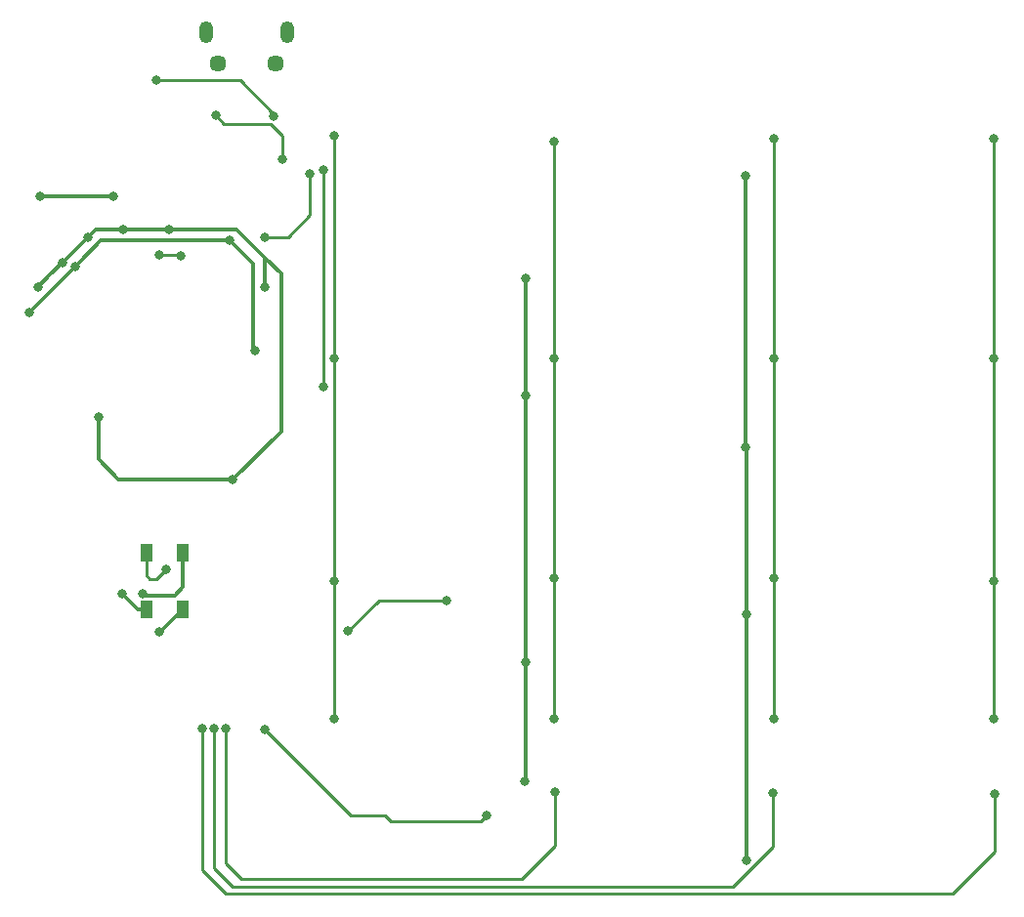
<source format=gbr>
%TF.GenerationSoftware,KiCad,Pcbnew,(5.1.10)-1*%
%TF.CreationDate,2021-09-24T11:07:47+01:00*%
%TF.ProjectId,streamdeck2,73747265-616d-4646-9563-6b322e6b6963,rev?*%
%TF.SameCoordinates,Original*%
%TF.FileFunction,Copper,L1,Top*%
%TF.FilePolarity,Positive*%
%FSLAX46Y46*%
G04 Gerber Fmt 4.6, Leading zero omitted, Abs format (unit mm)*
G04 Created by KiCad (PCBNEW (5.1.10)-1) date 2021-09-24 11:07:47*
%MOMM*%
%LPD*%
G01*
G04 APERTURE LIST*
%TA.AperFunction,ComponentPad*%
%ADD10O,1.200000X1.900000*%
%TD*%
%TA.AperFunction,ComponentPad*%
%ADD11C,1.450000*%
%TD*%
%TA.AperFunction,SMDPad,CuDef*%
%ADD12R,1.000000X1.500000*%
%TD*%
%TA.AperFunction,ViaPad*%
%ADD13C,0.800000*%
%TD*%
%TA.AperFunction,Conductor*%
%ADD14C,0.250000*%
%TD*%
%TA.AperFunction,Conductor*%
%ADD15C,0.350000*%
%TD*%
G04 APERTURE END LIST*
D10*
%TO.P,J1,6*%
%TO.N,GND*%
X108656000Y-46412900D03*
X101656000Y-46412900D03*
D11*
X107656000Y-49112900D03*
X102656000Y-49112900D03*
%TD*%
D12*
%TO.P,D39,1*%
%TO.N,+5V*%
X99644000Y-91530000D03*
%TO.P,D39,2*%
%TO.N,Net-(D17-Pad4)*%
X96444000Y-91530000D03*
%TO.P,D39,4*%
%TO.N,Net-(D38-Pad2)*%
X99644000Y-96430000D03*
%TO.P,D39,3*%
%TO.N,GND*%
X96444000Y-96430000D03*
%TD*%
D13*
%TO.N,ROW0*%
X111848900Y-77177900D03*
X111848900Y-58305700D03*
%TO.N,ROW2*%
X113944400Y-98336100D03*
X122440700Y-95681800D03*
%TO.N,ROW3*%
X125984000Y-114312700D03*
X106703703Y-106834097D03*
%TO.N,COL0*%
X112776000Y-55372000D03*
X112776000Y-74676000D03*
X112776000Y-93980000D03*
X112776000Y-105918000D03*
%TO.N,COL1*%
X131826000Y-55880000D03*
X131826000Y-74676000D03*
X131826000Y-93726000D03*
X131826000Y-105918000D03*
X131851400Y-112280700D03*
X103327200Y-106743500D03*
%TO.N,COL2*%
X150876000Y-55626000D03*
X150876000Y-74676000D03*
X150876000Y-93726000D03*
X150876000Y-105918000D03*
X150787100Y-112382300D03*
X102316116Y-106744617D03*
%TO.N,COL3*%
X169926000Y-55626000D03*
X169926000Y-74676000D03*
X169926000Y-93980000D03*
X169926000Y-105918000D03*
X169989500Y-112471200D03*
X101316158Y-106735242D03*
%TO.N,RGBLED*%
X106756200Y-64198500D03*
X110642400Y-58648600D03*
%TO.N,GND*%
X87249000Y-60604400D03*
X93637100Y-60604400D03*
X94361000Y-95072200D03*
X148491549Y-118217679D03*
X148465380Y-96889315D03*
X148424900Y-82410300D03*
X148424900Y-58826400D03*
X86296500Y-70700900D03*
X103670100Y-64427100D03*
X105867200Y-74015600D03*
X90303350Y-66694050D03*
%TO.N,RST*%
X97345500Y-50596800D03*
X107513709Y-53649205D03*
%TO.N,+5V*%
X87071500Y-68483004D03*
X103974900Y-85178900D03*
X106767158Y-68514758D03*
X96161299Y-95049901D03*
X108242100Y-57442100D03*
X129362200Y-77876400D03*
X129374900Y-101041200D03*
X129374900Y-67716400D03*
X129247900Y-111333352D03*
X102463600Y-53632100D03*
X89188202Y-66366302D03*
X94411800Y-63474600D03*
X98450400Y-63474600D03*
X91391652Y-64162852D03*
X92316300Y-79756000D03*
%TO.N,Net-(D17-Pad4)*%
X98171000Y-92951300D03*
%TO.N,Net-(C7-Pad1)*%
X99441000Y-65760600D03*
X97612200Y-65709800D03*
%TO.N,Net-(D38-Pad2)*%
X97574100Y-98399600D03*
%TD*%
D14*
%TO.N,ROW0*%
X111848900Y-77177900D02*
X111848900Y-58305700D01*
%TO.N,ROW2*%
X116598700Y-95681800D02*
X122440700Y-95681800D01*
X113944400Y-98336100D02*
X116598700Y-95681800D01*
%TO.N,ROW3*%
X114182306Y-114312700D02*
X106703703Y-106834097D01*
X117182900Y-114312700D02*
X117690900Y-114820700D01*
X114182306Y-114312700D02*
X117182900Y-114312700D01*
X125476000Y-114820700D02*
X125984000Y-114312700D01*
X117690900Y-114820700D02*
X125476000Y-114820700D01*
%TO.N,COL0*%
X112776000Y-55372000D02*
X112776000Y-74676000D01*
X112776000Y-74676000D02*
X112776000Y-93980000D01*
X112776000Y-93980000D02*
X112776000Y-105918000D01*
%TO.N,COL1*%
X131826000Y-55880000D02*
X131826000Y-74676000D01*
X131826000Y-74676000D02*
X131826000Y-93726000D01*
X131826000Y-93726000D02*
X131826000Y-105918000D01*
X131851400Y-112280700D02*
X131851400Y-116967000D01*
X103327200Y-118440200D02*
X104711500Y-119824500D01*
X103327200Y-106743500D02*
X103327200Y-118440200D01*
X128993900Y-119824500D02*
X131851400Y-116967000D01*
X104711500Y-119824500D02*
X128993900Y-119824500D01*
%TO.N,COL2*%
X150876000Y-55626000D02*
X150876000Y-74676000D01*
X150876000Y-74676000D02*
X150876000Y-93726000D01*
X150876000Y-93726000D02*
X150876000Y-105918000D01*
X150787100Y-116738400D02*
X150787100Y-112382300D01*
X150787100Y-116995130D02*
X150787100Y-116738400D01*
X147271930Y-120510300D02*
X150787100Y-116995130D01*
X103962200Y-120510300D02*
X147271930Y-120510300D01*
X102316116Y-118864216D02*
X103962200Y-120510300D01*
X102316116Y-106744617D02*
X102316116Y-118864216D01*
%TO.N,COL3*%
X169926000Y-55626000D02*
X169926000Y-74676000D01*
X169926000Y-74676000D02*
X169926000Y-93980000D01*
X169926000Y-93980000D02*
X169926000Y-105918000D01*
X169989500Y-117411500D02*
X169989500Y-112471200D01*
X101316158Y-106735242D02*
X101316158Y-119045358D01*
X101316158Y-119045358D02*
X103365300Y-121094500D01*
X166306500Y-121094500D02*
X169989500Y-117411500D01*
X103365300Y-121094500D02*
X166306500Y-121094500D01*
%TO.N,RGBLED*%
X110642400Y-58648600D02*
X110642400Y-62280800D01*
X108724700Y-64198500D02*
X106756200Y-64198500D01*
X110642400Y-62280800D02*
X108724700Y-64198500D01*
D15*
%TO.N,GND*%
X87249000Y-60604400D02*
X93637100Y-60604400D01*
X95718800Y-96430000D02*
X94361000Y-95072200D01*
X96444000Y-96430000D02*
X95718800Y-96430000D01*
X148491549Y-96915484D02*
X148465380Y-96889315D01*
X148491549Y-118217679D02*
X148491549Y-96915484D01*
X148465380Y-82450780D02*
X148424900Y-82410300D01*
X148465380Y-96889315D02*
X148465380Y-82450780D01*
X148424900Y-82410300D02*
X148424900Y-58826400D01*
X103644700Y-64452500D02*
X103670100Y-64427100D01*
X92544900Y-64452500D02*
X103644700Y-64452500D01*
X90735150Y-66262250D02*
X92544900Y-64452500D01*
X103670100Y-64427100D02*
X105676700Y-66433700D01*
X105676700Y-73825100D02*
X105867200Y-74015600D01*
X105676700Y-66433700D02*
X105676700Y-73825100D01*
X90303350Y-66694050D02*
X90735150Y-66262250D01*
X86296500Y-70700900D02*
X90303350Y-66694050D01*
D14*
%TO.N,RST*%
X97345500Y-50596800D02*
X104597200Y-50596800D01*
X107513709Y-53513309D02*
X107513709Y-53649205D01*
X104597200Y-50596800D02*
X107513709Y-53513309D01*
D15*
%TO.N,+5V*%
X104013000Y-63474600D02*
X104241600Y-63474600D01*
X108127800Y-67360800D02*
X108127800Y-79946500D01*
X108127800Y-81026000D02*
X103974900Y-85178900D01*
X108127800Y-79946500D02*
X108127800Y-81026000D01*
X106767158Y-66079842D02*
X106807000Y-66040000D01*
X106767158Y-68514758D02*
X106767158Y-66079842D01*
X106807000Y-66040000D02*
X108127800Y-67360800D01*
X104241600Y-63474600D02*
X106807000Y-66040000D01*
X87071500Y-68483004D02*
X88045202Y-67509302D01*
X99644000Y-91530000D02*
X99644000Y-94538600D01*
X99644000Y-94538600D02*
X98945300Y-95237300D01*
X96348698Y-95237300D02*
X96161299Y-95049901D01*
X98945300Y-95237300D02*
X96348698Y-95237300D01*
X108211300Y-57442100D02*
X108242100Y-57442100D01*
X129362200Y-101028500D02*
X129374900Y-101041200D01*
X129362200Y-77876400D02*
X129362200Y-101028500D01*
X129362200Y-67729100D02*
X129374900Y-67716400D01*
X129362200Y-77876400D02*
X129362200Y-67729100D01*
X129374900Y-111206352D02*
X129247900Y-111333352D01*
X129374900Y-101041200D02*
X129374900Y-111206352D01*
X88045202Y-67509302D02*
X89188202Y-66366302D01*
X92079904Y-63474600D02*
X94411800Y-63474600D01*
D14*
X103205706Y-54374206D02*
X107231606Y-54374206D01*
X102463600Y-53632100D02*
X103205706Y-54374206D01*
X108242100Y-55384700D02*
X108242100Y-57442100D01*
X107231606Y-54374206D02*
X108242100Y-55384700D01*
D15*
X98450400Y-63474600D02*
X104013000Y-63474600D01*
X94411800Y-63474600D02*
X98450400Y-63474600D01*
X91391652Y-64162852D02*
X92079904Y-63474600D01*
X89188202Y-66366302D02*
X91391652Y-64162852D01*
X92316300Y-79756000D02*
X92316300Y-83426300D01*
X94068900Y-85178900D02*
X103974900Y-85178900D01*
X92316300Y-83426300D02*
X94068900Y-85178900D01*
D14*
%TO.N,Net-(D17-Pad4)*%
X96088200Y-91885800D02*
X96444000Y-91530000D01*
X98171000Y-92951300D02*
X97332800Y-93789500D01*
X97332800Y-93789500D02*
X96735900Y-93789500D01*
X96444000Y-93497600D02*
X96444000Y-91530000D01*
X96735900Y-93789500D02*
X96444000Y-93497600D01*
D15*
%TO.N,Net-(C7-Pad1)*%
X97663000Y-65760600D02*
X97612200Y-65709800D01*
D14*
X99390200Y-65709800D02*
X99441000Y-65760600D01*
X97612200Y-65709800D02*
X99390200Y-65709800D01*
D15*
%TO.N,Net-(D38-Pad2)*%
X97674400Y-98399600D02*
X99644000Y-96430000D01*
X97574100Y-98399600D02*
X97674400Y-98399600D01*
%TD*%
M02*

</source>
